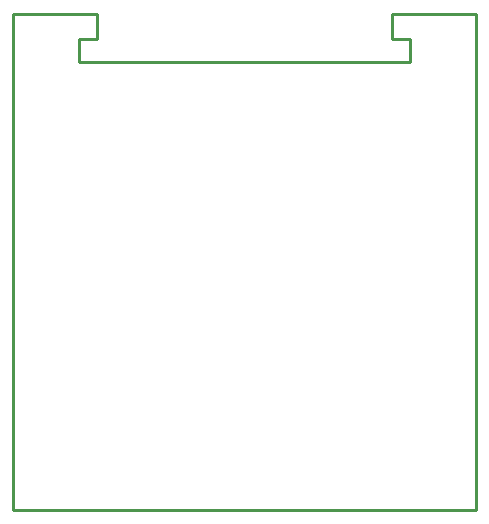
<source format=gko>
G04 Layer: BoardOutline*
G04 EasyEDA v6.1.30, Wed, 24 Apr 2019 12:06:30 GMT*
G04 1882c7138d5742058a90b0890f8f2482,60359e8c93da465f92779765accd6680,10*
G04 Gerber Generator version 0.2*
G04 Scale: 100 percent, Rotated: No, Reflected: No *
G04 Dimensions in millimeters *
G04 leading zeros omitted , absolute positions ,3 integer and 3 decimal *
%FSLAX33Y33*%
%MOMM*%
G90*
G71D02*

%ADD10C,0.254000*%
G54D10*
G01X0Y41998D02*
G01X7100Y41998D01*
G01X7099Y39898D01*
G01X5600Y39898D01*
G01X5600Y37899D01*
G01X33600Y37898D01*
G01X33600Y39898D01*
G01X32100Y39898D01*
G01X32100Y41998D01*
G01X39200Y41998D01*
G01X39199Y0D01*
G01X0Y0D01*
G01X0Y41998D01*

%LPD*%
M00*
M02*

</source>
